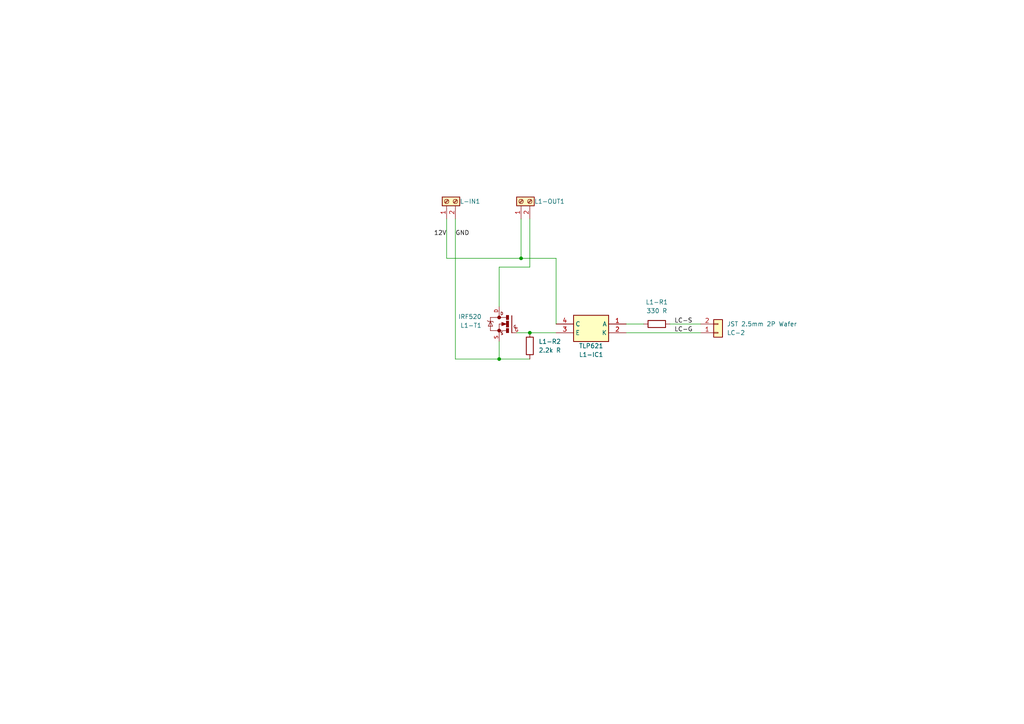
<source format=kicad_sch>
(kicad_sch (version 20230121) (generator eeschema)
  (paper "A4")
  (lib_symbols
    (symbol "Connector:Screw_Terminal_01x02" (pin_names (offset 1.016) hide)
      (property "Reference" "J" (at 0 2.54 0))
      (property "Value" "Screw_Terminal_01x02" (at 0 -5.08 0))
      (symbol "Screw_Terminal_01x02_1_1"
        (rectangle (start -1.27 1.27) (end 1.27 -3.81) (stroke (width 0.254)) (fill (type background)))
        (circle (center 0 -2.54) (radius 0.635) (stroke (width 0.1524)))
        (polyline (pts (xy -0.5334 -2.2098) (xy 0.3302 -3.048)) (stroke (width 0.1524)))
        (polyline (pts (xy -0.5334 0.3302) (xy 0.3302 -0.508)) (stroke (width 0.1524)))
        (polyline (pts (xy -0.3556 -2.032) (xy 0.508 -2.8702)) (stroke (width 0.1524)))
        (polyline (pts (xy -0.3556 0.508) (xy 0.508 -0.3302)) (stroke (width 0.1524)))
        (circle (center 0 0) (radius 0.635) (stroke (width 0.1524)))
        (pin passive line (at -5.08 0 0) (length 3.81) (name "Pin_1") (number "1"))
        (pin passive line (at -5.08 -2.54 0) (length 3.81) (name "Pin_2") (number "2"))
      )
    )
    (symbol "Connector_Generic:Conn_01x02" (pin_names (offset 1.016) hide)
      (property "Reference" "J" (at 0 2.54 0))
      (property "Value" "Conn_01x02" (at 0 -5.08 0))
      (symbol "Conn_01x02_1_1"
        (rectangle (start -1.27 -2.413) (end 0 -2.667) (stroke (width 0.1524)))
        (rectangle (start -1.27 0.127) (end 0 -0.127) (stroke (width 0.1524)))
        (rectangle (start -1.27 1.27) (end 1.27 -3.81) (stroke (width 0.254)) (fill (type background)))
        (pin passive line (at -5.08 0 0) (length 3.81) (name "Pin_1") (number "1"))
        (pin passive line (at -5.08 -2.54 0) (length 3.81) (name "Pin_2") (number "2"))
      )
    )
    (symbol "Device:R" (pin_numbers hide) (pin_names (offset 0))
      (property "Reference" "R" (at 2.032 0 90))
      (property "Value" "R" (at 0 0 90))
      (symbol "R_0_1"
        (rectangle (start -1.016 -2.54) (end 1.016 2.54) (stroke (width 0.254)))
      )
      (symbol "R_1_1"
        (pin passive line (at 0 3.81 270) (length 1.27) (name "~") (number "1"))
        (pin passive line (at 0 -3.81 90) (length 1.27) (name "~") (number "2"))
      )
    )
    (symbol "IRF520:IRF520" (pin_names (offset 1.016))
      (property "Reference" "Q" (at 7.6271 2.5424 0))
      (property "Value" "IRF520" (at 7.6205 0 0))
      (symbol "IRF520_0_0"
        (rectangle (start -0.254 -2.5402) (end 0.508 -1.27) (stroke (width 0.1)) (fill (type outline)))
        (rectangle (start -0.2542 -0.8897) (end 0.508 0.889) (stroke (width 0.1)) (fill (type outline)))
        (rectangle (start -0.2542 1.2709) (end 0.508 2.54) (stroke (width 0.1)) (fill (type outline)))
        (polyline (pts (xy -1.1176 -2.54) (xy -2.54 -2.54)) (stroke (width 0.1524)))
        (polyline (pts (xy -1.1176 2.413) (xy -1.1176 -2.54)) (stroke (width 0.254)))
        (polyline (pts (xy 0.508 -1.905) (xy 2.54 -1.905)) (stroke (width 0.1524)))
        (polyline (pts (xy 0.508 0) (xy 1.778 -0.508)) (stroke (width 0.1524)))
        (polyline (pts (xy 0.762 0) (xy 1.651 -0.254)) (stroke (width 0.3048)))
        (polyline (pts (xy 1.651 -0.254) (xy 1.651 0)) (stroke (width 0.3048)))
        (polyline (pts (xy 1.651 0) (xy 1.397 0)) (stroke (width 0.3048)))
        (polyline (pts (xy 1.651 0) (xy 2.54 0)) (stroke (width 0.1524)))
        (polyline (pts (xy 1.651 0.254) (xy 0.762 0)) (stroke (width 0.3048)))
        (polyline (pts (xy 1.778 -0.508) (xy 1.778 0.508)) (stroke (width 0.1524)))
        (polyline (pts (xy 1.778 0.508) (xy 0.508 0)) (stroke (width 0.1524)))
        (polyline (pts (xy 2.54 -1.905) (xy 2.54 -2.54)) (stroke (width 0.1524)))
        (polyline (pts (xy 2.54 0) (xy 2.54 -1.905)) (stroke (width 0.1524)))
        (polyline (pts (xy 2.54 1.905) (xy 0.5334 1.905)) (stroke (width 0.1524)))
        (polyline (pts (xy 2.54 1.905) (xy 5.08 1.905)) (stroke (width 0.1524)))
        (polyline (pts (xy 2.54 2.54) (xy 2.54 1.905)) (stroke (width 0.1524)))
        (polyline (pts (xy 4.445 -0.635) (xy 5.715 -0.635)) (stroke (width 0.1524)))
        (polyline (pts (xy 4.445 0.762) (xy 4.191 0.508)) (stroke (width 0.1524)))
        (polyline (pts (xy 4.445 0.762) (xy 5.08 0.762)) (stroke (width 0.1524)))
        (polyline (pts (xy 5.08 -1.905) (xy 2.54 -1.905)) (stroke (width 0.1524)))
        (polyline (pts (xy 5.08 0.762) (xy 4.445 -0.635)) (stroke (width 0.1524)))
        (polyline (pts (xy 5.08 0.762) (xy 5.08 -1.905)) (stroke (width 0.1524)))
        (polyline (pts (xy 5.08 0.762) (xy 5.715 0.762)) (stroke (width 0.1524)))
        (polyline (pts (xy 5.08 1.905) (xy 5.08 0.762)) (stroke (width 0.1524)))
        (polyline (pts (xy 5.715 -0.635) (xy 5.08 0.762)) (stroke (width 0.1524)))
        (polyline (pts (xy 5.715 0.762) (xy 5.969 1.016)) (stroke (width 0.1524)))
        (circle (center 2.54 -1.905) (radius 0.127) (stroke (width 0.4064)))
        (circle (center 2.54 1.905) (radius 0.127) (stroke (width 0.4064)))
        (text "D" (at 1.2721 2.5442 0) (effects (font (size 0.8141 0.8141)) (justify left bottom)))
        (text "G" (at -2.544 -1.272 0) (effects (font (size 0.8141 0.8141)) (justify left bottom)))
        (text "S" (at 1.2715 -3.1788 0) (effects (font (size 0.8138 0.8138)) (justify left bottom)))
        (pin passive line (at 2.54 5.08 270) (length 2.54) (name "~") (number "D"))
        (pin passive line (at -2.54 -2.54 0) (length 0) (name "~") (number "G"))
        (pin passive line (at 2.54 -5.08 90) (length 2.54) (name "~") (number "S"))
      )
    )
    (symbol "TLP621:TLP621"
      (property "Reference" "IC" (at 16.51 7.62 0))
      (property "Value" "TLP621" (at 16.51 5.08 0))
      (symbol "TLP621_1_1"
        (rectangle (start 5.08 2.54) (end 15.24 -5.08) (stroke (width 0.254)) (fill (type background)))
        (pin passive line (at 0 0 0) (length 5.08) (name "A") (number "1"))
        (pin passive line (at 0 -2.54 0) (length 5.08) (name "K") (number "2"))
        (pin passive line (at 20.32 -2.54 180) (length 5.08) (name "E") (number "3"))
        (pin passive line (at 20.32 0 180) (length 5.08) (name "C") (number "4"))
      )
    )
  )
  (junction (at 144.78 104.14))
  (junction (at 153.67 96.52))
  (junction (at 151.13 74.93))
  (wire (pts (xy 181.61 96.52) (xy 203.2 96.52)))
  (wire (pts (xy 153.67 77.47) (xy 144.78 77.47)))
  (wire (pts (xy 194.31 93.98) (xy 203.2 93.98)))
  (wire (pts (xy 144.78 104.14) (xy 132.08 104.14)))
  (wire (pts (xy 132.08 63.5) (xy 132.08 104.14)))
  (wire (pts (xy 144.78 99.06) (xy 144.78 104.14)))
  (wire (pts (xy 144.78 104.14) (xy 153.67 104.14)))
  (wire (pts (xy 153.67 63.5) (xy 153.67 77.47)))
  (wire (pts (xy 144.78 77.47) (xy 144.78 88.9)))
  (wire (pts (xy 161.29 74.93) (xy 151.13 74.93)))
  (wire (pts (xy 151.13 74.93) (xy 151.13 63.5)))
  (wire (pts (xy 129.54 74.93) (xy 151.13 74.93)))
  (wire (pts (xy 153.67 96.52) (xy 161.29 96.52)))
  (wire (pts (xy 161.29 93.98) (xy 161.29 74.93)))
  (wire (pts (xy 149.86 96.52) (xy 153.67 96.52)))
  (wire (pts (xy 129.54 63.5) (xy 129.54 74.93)))
  (wire (pts (xy 181.61 93.98) (xy 186.69 93.98)))
  (label "LC-S" (at 195.58 93.98 0))
  (label "LC-G" (at 195.58 96.52 0))
  (label "GND" (at 132.08 68.58 0))
  (label "12V" (at 129.54 68.58 180))
  (symbol (lib_id "Device:R") (at 153.67 100.33 180) (unit 1)
    (property "Reference" "L1-R2" (at 156.21 99.06 0) (effects (justify right)))
    (property "Value" "2.2k R" (at 156.21 101.6 0) (effects (justify right)))
    (property "Footprint" "Resistor_THT:R_Axial_DIN0204_L3.6mm_D1.6mm_P7.62mm_Horizontal" (effects hide))
    (instances (project "Olive-Turtle" (path "" (reference "L1-R2") (unit 1)) (path "" (reference "LC-R1") (unit 1))))
  )
  (symbol (lib_id "Connector:Screw_Terminal_01x02") (at 129.54 58.42 90) (unit 1)
    (property "Reference" "L-IN1" (at 133.35 58.42 90) (effects (justify right)))
    (property "Value" "Screw_Terminal_01x02" (effects hide))
    (property "Footprint" "TerminalBlock:TerminalBlock_bornier-2_P5.08mm" (effects hide))
    (instances (project "Olive-Turtle" (path "" (reference "L-IN1") (unit 1)) (path "" (reference "LC-IN1") (unit 1))))
  )
  (symbol (lib_id "Connector_Generic:Conn_01x02") (at 208.28 96.52 0) (mirror x) (unit 1)
    (property "Reference" "LC-2" (at 210.82 96.52 0) (effects (justify left)))
    (property "Value" "JST 2.5mm 2P Wafer" (at 210.82 93.98 0) (effects (justify left)))
    (property "Footprint" "Connector_JST:JST_EH_B2B-EH-A_1x02_P2.50mm_Vertical" (effects hide))
  )
  (symbol (lib_id "IRF520:IRF520") (at 147.32 93.98 0) (mirror y) (unit 1)
    (property "Reference" "L1-T1" (at 139.7 94.398 0) (effects (justify left)))
    (property "Value" "IRF520" (at 139.7 91.858 0) (effects (justify left)))
    (property "Footprint" "TO220BV" (effects hide))
    (instances (project "Olive-Turtle" (path "" (reference "L1-T1") (unit 1)) (path "" (reference "LC-T1") (unit 1))))
  )
  (symbol (lib_id "Connector:Screw_Terminal_01x02") (at 151.13 58.42 90) (unit 1)
    (property "Reference" "L1-OUT1" (at 154.94 58.42 90) (effects (justify right)))
    (property "Value" "Screw_Terminal_01x02" (effects hide))
    (property "Footprint" "TerminalBlock:TerminalBlock_bornier-2_P5.08mm" (effects hide))
    (instances (project "Olive-Turtle" (path "" (reference "L1-OUT1") (unit 1)) (path "" (reference "LC-OUT1") (unit 1))))
  )
  (symbol (lib_id "TLP621:TLP621") (at 181.61 93.98 0) (mirror y) (unit 1)
    (property "Reference" "L1-IC1" (at 171.45 102.87 0))
    (property "Value" "TLP621" (at 171.45 100.33 0))
    (property "Footprint" "DIP762W60P254L460H450Q4N" (effects hide))
    (property "Datasheet" "https://www.arrow.com/en/products/tlp621/isocom" (effects hide))
    (property "Height" "4.5" (effects hide))
    (property "Manufacturer_Name" "Isocom" (effects hide))
    (property "Manufacturer_Part_Number" "TLP621" (effects hide))
    (property "Arrow Part Number" "TLP621" (effects hide))
    (property "Arrow Price/Stock" "https://www.arrow.com/en/products/tlp621/isocom?region=nac" (effects hide))
    (instances (project "Olive-Turtle" (path "" (reference "L1-IC1") (unit 1)) (path "" (reference "LC-IC1") (unit 1))))
  )
  (symbol (lib_id "Device:R") (at 190.5 93.98 90) (unit 1)
    (property "Reference" "L1-R1" (at 190.5 87.63 90))
    (property "Value" "330 R" (at 190.5 90.17 90))
    (property "Footprint" "Resistor_THT:R_Axial_DIN0204_L3.6mm_D1.6mm_P7.62mm_Horizontal" (effects hide))
    (instances (project "Olive-Turtle" (path "" (reference "L1-R1") (unit 1)) (path "" (reference "LC-R2") (unit 1))))
  )
)
</source>
